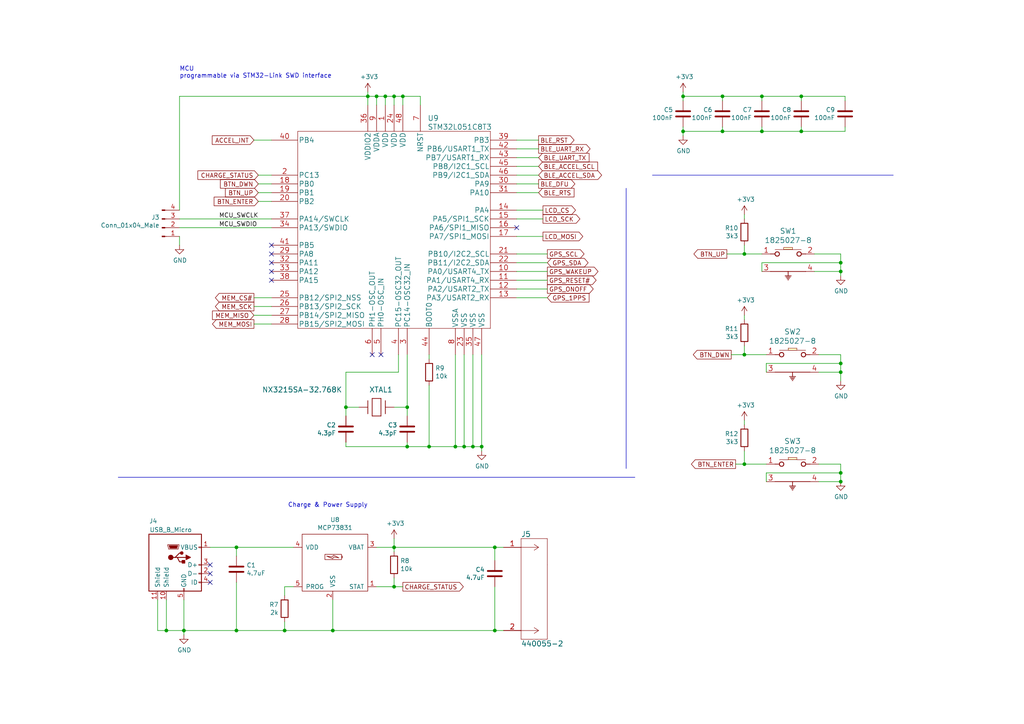
<source format=kicad_sch>
(kicad_sch (version 20220126) (generator eeschema)
  (paper "A4")
  (title_block (title "Speedcoach") (rev "v1") (company "Peter Horauer"))
  (lib_symbols
    (symbol "Device:C" (pin_numbers hide) (pin_names (offset 0.254))
      (property "Reference" "C" (at 0.635 2.54 0))
      (property "Value" "C" (at 0.635 -2.54 0))
      (symbol "C_0_1"
        (polyline (pts (xy -2.032 -0.762) (xy 2.032 -0.762)) (stroke (width 0.508)))
        (polyline (pts (xy -2.032 0.762) (xy 2.032 0.762)) (stroke (width 0.508)))
      )
      (symbol "C_1_1"
        (pin passive line (at 0 3.81 270) (length 2.794) (name "~") (number "1"))
        (pin passive line (at 0 -3.81 90) (length 2.794) (name "~") (number "2"))
      )
    )
    (symbol "Device:R" (pin_numbers hide) (pin_names (offset 0))
      (property "Reference" "R" (at 2.032 0 90))
      (property "Value" "R" (at 0 0 90))
      (symbol "R_0_1"
        (rectangle (start -1.016 -2.54) (end 1.016 2.54) (stroke (width 0.254)))
      )
      (symbol "R_1_1"
        (pin passive line (at 0 3.81 270) (length 1.27) (name "~") (number "1"))
        (pin passive line (at 0 -3.81 90) (length 1.27) (name "~") (number "2"))
      )
    )
    (symbol "power:+3V3" (power) (pin_names (offset 0))
      (property "Value" "+3V3" (at 0 3.556 0))
      (symbol "+3V3_0_1"
        (polyline (pts (xy -0.762 1.27) (xy 0 2.54)))
        (polyline (pts (xy 0 0) (xy 0 2.54)))
        (polyline (pts (xy 0 2.54) (xy 0.762 1.27)))
      )
      (symbol "+3V3_1_1"
        (pin power_in line (at 0 0 90) (length 0) hide (name "+3V3") (number "1"))
      )
    )
    (symbol "power:GND" (power) (pin_names (offset 0))
      (property "Value" "GND" (at 0 -3.81 0))
      (symbol "GND_0_1"
        (polyline (pts (xy 0 0) (xy 0 -1.27) (xy 1.27 -1.27) (xy 0 -2.54) (xy -1.27 -1.27) (xy 0 -1.27)))
      )
      (symbol "GND_1_1"
        (pin power_in line (at 0 0 270) (length 0) hide (name "GND") (number "1"))
      )
    )
    (symbol "speedcoach:1825027-8" (pin_names (offset -1.905) hide)
      (property "Reference" "SW" (at 7.62 3.81 0))
      (property "Value" "1825027-8" (at 7.62 6.35 0))
      (symbol "1825027-8_0_1"
        (polyline (pts (xy 3.81 1.27) (xy 11.43 1.27)) (stroke (width 0.127)))
        (rectangle (start 6.35 1.27) (end 8.89 1.905) (stroke (width 0.127)) (fill (type background)))
      )
      (symbol "1825027-8_1_1"
        (polyline (pts (xy 2.54 -5.08) (xy 12.7 -5.08)) (stroke (width 0.2032)))
        (polyline (pts (xy 2.54 0) (xy 3.81 0)) (stroke (width 0.2032)))
        (polyline (pts (xy 6.731 -6.35) (xy 8.509 -6.35)) (stroke (width 0.2032)))
        (polyline (pts (xy 6.985 -6.731) (xy 8.255 -6.731)) (stroke (width 0.2032)))
        (polyline (pts (xy 7.239 -7.112) (xy 8.001 -7.112)) (stroke (width 0.2032)))
        (polyline (pts (xy 7.493 -7.493) (xy 7.747 -7.493)) (stroke (width 0.2032)))
        (polyline (pts (xy 7.62 -5.08) (xy 7.62 -6.35)) (stroke (width 0.2032)))
        (polyline (pts (xy 12.7 0) (xy 11.43 0)) (stroke (width 0.2032)))
        (circle (center 4.445 0) (radius 0.635) (stroke (width 0.254)))
        (circle (center 10.795 0) (radius 0.635) (stroke (width 0.254)))
        (pin unspecified line (at 0 0 0) (length 2.54) (name "1") (number "1"))
        (pin unspecified line (at 15.24 0 180) (length 2.54) (name "2") (number "2"))
        (pin unspecified line (at 0 -5.08 0) (length 2.54) (name "3") (number "3"))
        (pin unspecified line (at 15.24 -5.08 180) (length 2.54) (name "4") (number "4"))
      )
    )
    (symbol "speedcoach:440055-2" (pin_names (offset 0.254) hide)
      (property "Reference" "J" (at 6.35 3.81 0))
      (property "Value" "440055-2" (at 11.43 -27.94 0))
      (symbol "440055-2_0_1"
        (polyline (pts (xy 5.08 -26.67) (xy 12.7 -26.67)) (stroke (width 0.127)))
      )
      (symbol "440055-2_1_1"
        (polyline (pts (xy 5.08 2.54) (xy 5.08 -26.67)) (stroke (width 0.127)))
        (polyline (pts (xy 10.16 -24.13) (xy 5.08 -24.13)) (stroke (width 0.127)))
        (polyline (pts (xy 10.16 -24.13) (xy 8.89 -24.9682)) (stroke (width 0.127)))
        (polyline (pts (xy 10.16 -24.13) (xy 8.89 -23.2918)) (stroke (width 0.127)))
        (polyline (pts (xy 10.16 0) (xy 5.08 0)) (stroke (width 0.127)))
        (polyline (pts (xy 10.16 0) (xy 8.89 -0.8382)) (stroke (width 0.127)))
        (polyline (pts (xy 10.16 0) (xy 8.89 0.8382)) (stroke (width 0.127)))
        (polyline (pts (xy 12.7 -26.67) (xy 12.7 -5.08)) (stroke (width 0.127)))
        (polyline (pts (xy 12.7 -5.08) (xy 12.7 2.54)) (stroke (width 0.127)))
        (polyline (pts (xy 12.7 2.54) (xy 5.08 2.54)) (stroke (width 0.127)))
        (pin unspecified line (at 0 0 0) (length 5.08) (name "1") (number "1"))
        (pin unspecified line (at 0 -24.13 0) (length 5.08) (name "2") (number "2"))
      )
    )
    (symbol "speedcoach:Conn_01x04_Male" (pin_names (offset 1.016) hide)
      (property "Reference" "J" (at 0 5.08 0))
      (property "Value" "Conn_01x04_Male" (at 0 -7.62 0))
      (symbol "Conn_01x04_Male_1_1"
        (polyline (pts (xy 1.27 -5.08) (xy 0.8636 -5.08)) (stroke (width 0.1524)))
        (polyline (pts (xy 1.27 -2.54) (xy 0.8636 -2.54)) (stroke (width 0.1524)))
        (polyline (pts (xy 1.27 0) (xy 0.8636 0)) (stroke (width 0.1524)))
        (polyline (pts (xy 1.27 2.54) (xy 0.8636 2.54)) (stroke (width 0.1524)))
        (rectangle (start 0.8636 -4.953) (end 0 -5.207) (stroke (width 0.1524)) (fill (type outline)))
        (rectangle (start 0.8636 -2.413) (end 0 -2.667) (stroke (width 0.1524)) (fill (type outline)))
        (rectangle (start 0.8636 0.127) (end 0 -0.127) (stroke (width 0.1524)) (fill (type outline)))
        (rectangle (start 0.8636 2.667) (end 0 2.413) (stroke (width 0.1524)) (fill (type outline)))
        (pin passive line (at 5.08 2.54 180) (length 3.81) (name "Pin_1") (number "1"))
        (pin passive line (at 5.08 0 180) (length 3.81) (name "Pin_2") (number "2"))
        (pin passive line (at 5.08 -2.54 180) (length 3.81) (name "Pin_3") (number "3"))
        (pin passive line (at 5.08 -5.08 180) (length 3.81) (name "Pin_4") (number "4"))
      )
    )
    (symbol "speedcoach:MCP73831" (pin_names (offset 1.016))
      (property "Reference" "U" (at 3.81 12.7 0))
      (property "Value" "MCP73831" (at 16.51 12.7 0))
      (symbol "MCP73831_0_1"
        (polyline (pts (xy 13.97 5.08) (xy 14.224 5.08) (xy 14.224 4.572) (xy 13.97 4.572)))
        (polyline (pts (xy 13.97 5.588) (xy 9.144 5.588) (xy 9.144 4.064) (xy 13.97 4.064) (xy 13.97 5.588)))
        (polyline (pts (xy 9.652 5.08) (xy 11.43 4.318) (xy 11.684 4.826) (xy 13.208 4.572) (xy 11.684 5.334) (xy 11.176 4.826) (xy 9.652 5.08)))
        (rectangle (start 2.54 -5.08) (end 21.59 11.43))
      )
      (symbol "MCP73831_1_1"
        (pin output line (at 24.13 -3.81 180) (length 2.54) (name "STAT") (number "1"))
        (pin power_in line (at 11.43 -7.62 90) (length 2.54) (name "VSS") (number "2"))
        (pin power_out line (at 24.13 7.62 180) (length 2.54) (name "VBAT") (number "3"))
        (pin power_in line (at 0 7.62 0) (length 2.54) (name "VDD") (number "4"))
        (pin input line (at 0 -3.81 0) (length 2.54) (name "PROG") (number "5"))
      )
    )
    (symbol "speedcoach:NX3215SA-32.768K" (pin_numbers hide) (pin_names hide)
      (property "Reference" "XTAL" (at 5.08 4.445 0))
      (property "Value" "NX3215SA-32.768K" (at 5.08 -7.62 0))
      (symbol "NX3215SA-32.768K_1_1"
        (polyline (pts (xy 2.54 -1.905) (xy 2.54 1.905)) (stroke (width 0.2032)))
        (polyline (pts (xy 3.81 -2.54) (xy 3.81 2.54)) (stroke (width 0.2032)))
        (polyline (pts (xy 3.81 2.54) (xy 6.35 2.54)) (stroke (width 0.2032)))
        (polyline (pts (xy 6.35 -2.54) (xy 3.81 -2.54)) (stroke (width 0.2032)))
        (polyline (pts (xy 6.35 2.54) (xy 6.35 -2.54)) (stroke (width 0.2032)))
        (polyline (pts (xy 7.62 -1.905) (xy 7.62 1.905)) (stroke (width 0.2032)))
        (pin unspecified line (at 0 0 0) (length 2.54) (name "1") (number "1"))
        (pin unspecified line (at 10.16 0 180) (length 2.54) (name "2") (number "2"))
      )
    )
    (symbol "speedcoach:STM32L051C8T3" (pin_names (offset 0.254))
      (property "Reference" "U" (at 8.89 3.81 0))
      (property "Value" "STM32L051C8T3" (at 54.61 3.81 0))
      (symbol "STM32L051C8T3_1_1"
        (polyline (pts (xy 7.62 -54.61) (xy 63.5 -54.61)) (stroke (width 0.127)))
        (polyline (pts (xy 7.62 2.54) (xy 7.62 -54.61)) (stroke (width 0.127)))
        (polyline (pts (xy 63.5 -54.61) (xy 63.5 2.54)) (stroke (width 0.127)))
        (polyline (pts (xy 63.5 2.54) (xy 7.62 2.54)) (stroke (width 0.127)))
        (pin power_in line (at 33.02 10.16 270) (length 7.62) (name "VDD") (number "1"))
        (pin bidirectional line (at 71.12 -38.1 180) (length 7.62) (name "PA0/USART4_TX") (number "10"))
        (pin bidirectional line (at 71.12 -40.64 180) (length 7.62) (name "PA1/USART4_RX") (number "11"))
        (pin bidirectional line (at 71.12 -43.18 180) (length 7.62) (name "PA2/USART2_TX") (number "12"))
        (pin bidirectional line (at 71.12 -45.72 180) (length 7.62) (name "PA3/USART2_RX") (number "13"))
        (pin bidirectional line (at 71.12 -20.32 180) (length 7.62) (name "PA4") (number "14"))
        (pin bidirectional line (at 71.12 -22.86 180) (length 7.62) (name "PA5/SPI1_SCK") (number "15"))
        (pin bidirectional line (at 71.12 -25.4 180) (length 7.62) (name "PA6/SPI1_MISO") (number "16"))
        (pin bidirectional line (at 71.12 -27.94 180) (length 7.62) (name "PA7/SPI1_MOSI") (number "17"))
        (pin bidirectional line (at 0 -12.7 0) (length 7.62) (name "PB0") (number "18"))
        (pin bidirectional line (at 0 -15.24 0) (length 7.62) (name "PB1") (number "19"))
        (pin bidirectional line (at 0 -10.16 0) (length 7.62) (name "PC13") (number "2"))
        (pin bidirectional line (at 0 -17.78 0) (length 7.62) (name "PB2") (number "20"))
        (pin bidirectional line (at 71.12 -33.02 180) (length 7.62) (name "PB10/I2C2_SCL") (number "21"))
        (pin bidirectional line (at 71.12 -35.56 180) (length 7.62) (name "PB11/I2C2_SDA") (number "22"))
        (pin power_in line (at 55.88 -62.23 90) (length 7.62) (name "VSS") (number "23"))
        (pin power_in line (at 35.56 10.16 270) (length 7.62) (name "VDD") (number "24"))
        (pin bidirectional line (at 0 -45.72 0) (length 7.62) (name "PB12/SPI2_NSS") (number "25"))
        (pin bidirectional line (at 0 -48.26 0) (length 7.62) (name "PB13/SPI2_SCK") (number "26"))
        (pin bidirectional line (at 0 -50.8 0) (length 7.62) (name "PB14/SPI2_MISO") (number "27"))
        (pin bidirectional line (at 0 -53.34 0) (length 7.62) (name "PB15/SPI2_MOSI") (number "28"))
        (pin bidirectional line (at 0 -33.02 0) (length 7.62) (name "PA8") (number "29"))
        (pin bidirectional line (at 39.37 -62.23 90) (length 7.62) (name "PC14-OSC32_IN") (number "3"))
        (pin bidirectional line (at 71.12 -12.7 180) (length 7.62) (name "PA9") (number "30"))
        (pin bidirectional line (at 71.12 -15.24 180) (length 7.62) (name "PA10") (number "31"))
        (pin bidirectional line (at 0 -35.56 0) (length 7.62) (name "PA11") (number "32"))
        (pin bidirectional line (at 0 -38.1 0) (length 7.62) (name "PA12") (number "33"))
        (pin bidirectional line (at 0 -25.4 0) (length 7.62) (name "PA13/SWDIO") (number "34"))
        (pin power_in line (at 58.42 -62.23 90) (length 7.62) (name "VSS") (number "35"))
        (pin power_in line (at 27.94 10.16 270) (length 7.62) (name "VDDIO2") (number "36"))
        (pin bidirectional line (at 0 -22.86 0) (length 7.62) (name "PA14/SWCLK") (number "37"))
        (pin bidirectional line (at 0 -40.64 0) (length 7.62) (name "PA15") (number "38"))
        (pin bidirectional line (at 71.12 0 180) (length 7.62) (name "PB3") (number "39"))
        (pin bidirectional line (at 36.83 -62.23 90) (length 7.62) (name "PC15-OSC32_OUT") (number "4"))
        (pin bidirectional line (at 0 0 0) (length 7.62) (name "PB4") (number "40"))
        (pin bidirectional line (at 0 -30.48 0) (length 7.62) (name "PB5") (number "41"))
        (pin bidirectional line (at 71.12 -2.54 180) (length 7.62) (name "PB6/USART1_TX") (number "42"))
        (pin bidirectional line (at 71.12 -5.08 180) (length 7.62) (name "PB7/USART1_RX") (number "43"))
        (pin input line (at 45.72 -62.23 90) (length 7.62) (name "BOOT0") (number "44"))
        (pin bidirectional line (at 71.12 -7.62 180) (length 7.62) (name "PB8/I2C1_SCL") (number "45"))
        (pin bidirectional line (at 71.12 -10.16 180) (length 7.62) (name "PB9/I2C1_SDA") (number "46"))
        (pin power_in line (at 60.96 -62.23 90) (length 7.62) (name "VSS") (number "47"))
        (pin power_in line (at 38.1 10.16 270) (length 7.62) (name "VDD") (number "48"))
        (pin bidirectional line (at 31.75 -62.23 90) (length 7.62) (name "PH0-OSC_IN") (number "5"))
        (pin bidirectional line (at 29.21 -62.23 90) (length 7.62) (name "PH1-OSC_OUT") (number "6"))
        (pin bidirectional line (at 43.18 10.16 270) (length 7.62) (name "NRST") (number "7"))
        (pin power_in line (at 53.34 -62.23 90) (length 7.62) (name "VSSA") (number "8"))
        (pin power_in line (at 30.48 10.16 270) (length 7.62) (name "VDDA") (number "9"))
      )
    )
    (symbol "speedcoach:USB_B_Micro" (pin_names (offset 1.016))
      (property "Reference" "J" (at -10.16 12.7 0))
      (property "Value" "USB_B_Micro" (at -10.16 10.16 0))
      (symbol "USB_B_Micro_0_1"
        (rectangle (start -10.16 -7.62) (end 5.08 8.89) (stroke (width 0.254)))
        (circle (center -3.81 2.159) (radius 0.635) (stroke (width 0.254)) (fill (type outline)))
        (circle (center -0.635 3.429) (radius 0.381) (stroke (width 0.254)) (fill (type outline)))
        (rectangle (start -0.127 -7.62) (end 0.127 -6.858))
        (polyline (pts (xy -1.905 2.159) (xy 0.635 2.159)) (stroke (width 0.254)))
        (polyline (pts (xy -3.175 2.159) (xy -2.54 2.159) (xy -1.27 3.429) (xy -0.635 3.429)) (stroke (width 0.254)))
        (polyline (pts (xy -2.54 2.159) (xy -1.905 2.159) (xy -1.27 0.889) (xy 0 0.889)) (stroke (width 0.254)))
        (polyline (pts (xy 0.635 2.794) (xy 0.635 1.524) (xy 1.905 2.159) (xy 0.635 2.794)) (stroke (width 0.254)) (fill (type outline)))
        (polyline (pts (xy -4.318 5.588) (xy -1.778 5.588) (xy -2.032 4.826) (xy -4.064 4.826) (xy -4.318 5.588)) (fill (type outline)))
        (polyline (pts (xy -4.699 5.842) (xy -4.699 5.588) (xy -4.445 4.826) (xy -4.445 4.572) (xy -1.651 4.572) (xy -1.651 4.826) (xy -1.397 5.588) (xy -1.397 5.842) (xy -4.699 5.842)))
        (rectangle (start 0.254 1.27) (end -0.508 0.508) (stroke (width 0.254)) (fill (type outline)))
        (rectangle (start 5.08 -5.207) (end 4.318 -4.953))
        (rectangle (start 5.08 -2.667) (end 4.318 -2.413))
        (rectangle (start 5.08 -0.127) (end 4.318 0.127))
        (rectangle (start 5.08 4.953) (end 4.318 5.207))
      )
      (symbol "USB_B_Micro_1_1"
        (pin power_out line (at 7.62 5.08 180) (length 2.54) (name "VBUS") (number "1"))
        (pin passive line (at -5.08 -10.16 90) (length 2.54) (name "Shield") (number "10"))
        (pin passive line (at -7.62 -10.16 90) (length 2.54) (name "Shield") (number "11"))
        (pin bidirectional line (at 7.62 -2.54 180) (length 2.54) (name "D-") (number "2"))
        (pin bidirectional line (at 7.62 0 180) (length 2.54) (name "D+") (number "3"))
        (pin passive line (at 7.62 -5.08 180) (length 2.54) (name "ID") (number "4"))
        (pin power_out line (at 0 -10.16 90) (length 2.54) (name "GND") (number "5"))
      )
    )
  )
  (junction (at 143.51 182.88))
  (junction (at 111.76 27.94))
  (junction (at 53.34 182.88))
  (junction (at 116.84 27.94))
  (junction (at 215.9 134.62))
  (junction (at 143.51 158.75))
  (junction (at 209.55 27.94))
  (junction (at 243.84 78.74))
  (junction (at 68.58 182.88))
  (junction (at 48.26 182.88))
  (junction (at 139.7 129.54))
  (junction (at 137.16 129.54))
  (junction (at 220.98 38.1))
  (junction (at 100.33 118.11))
  (junction (at 96.52 182.88))
  (junction (at 232.41 38.1))
  (junction (at 215.9 73.66))
  (junction (at 124.46 129.54))
  (junction (at 132.08 129.54))
  (junction (at 243.84 105.41))
  (junction (at 118.11 129.54))
  (junction (at 215.9 102.87))
  (junction (at 209.55 38.1))
  (junction (at 243.84 139.7))
  (junction (at 114.3 27.94))
  (junction (at 82.55 182.88))
  (junction (at 109.22 27.94))
  (junction (at 243.84 137.16))
  (junction (at 68.58 158.75))
  (junction (at 220.98 27.94))
  (junction (at 243.84 107.95))
  (junction (at 243.84 76.2))
  (junction (at 232.41 27.94))
  (junction (at 114.3 158.75))
  (junction (at 198.12 27.94))
  (junction (at 106.68 27.94))
  (junction (at 134.62 129.54))
  (junction (at 198.12 38.1))
  (junction (at 114.3 170.18))
  (junction (at 118.11 118.11))
  (no_connect (at 60.96 168.91))
  (no_connect (at 110.49 102.87))
  (no_connect (at 60.96 163.83))
  (no_connect (at 78.74 71.12))
  (no_connect (at 78.74 73.66))
  (no_connect (at 78.74 76.2))
  (no_connect (at 78.74 78.74))
  (no_connect (at 78.74 81.28))
  (no_connect (at 60.96 166.37))
  (no_connect (at 149.86 66.04))
  (no_connect (at 107.95 102.87))
  (wire (pts (xy 124.46 104.14) (xy 124.46 102.87)))
  (wire (pts (xy 73.66 40.64) (xy 78.74 40.64)))
  (wire (pts (xy 132.08 129.54) (xy 134.62 129.54)))
  (wire (pts (xy 100.33 129.54) (xy 118.11 129.54)))
  (wire (pts (xy 222.25 107.95) (xy 222.25 105.41)))
  (wire (pts (xy 215.9 92.71) (xy 215.9 91.44)))
  (polyline (pts (xy 189.23 50.8) (xy 259.08 50.8)))
  (wire (pts (xy 149.86 73.66) (xy 158.75 73.66)))
  (wire (pts (xy 232.41 27.94) (xy 232.41 29.21)))
  (wire (pts (xy 100.33 118.11) (xy 100.33 107.95)))
  (wire (pts (xy 143.51 158.75) (xy 146.05 158.75)))
  (wire (pts (xy 73.66 86.36) (xy 78.74 86.36)))
  (wire (pts (xy 143.51 170.18) (xy 143.51 182.88)))
  (wire (pts (xy 52.07 27.94) (xy 106.68 27.94)))
  (wire (pts (xy 149.86 68.58) (xy 157.48 68.58)))
  (wire (pts (xy 232.41 38.1) (xy 232.41 36.83)))
  (wire (pts (xy 149.86 43.18) (xy 156.21 43.18)))
  (wire (pts (xy 243.84 80.01) (xy 243.84 78.74)))
  (wire (pts (xy 212.09 102.87) (xy 215.9 102.87)))
  (wire (pts (xy 96.52 173.99) (xy 96.52 182.88)))
  (wire (pts (xy 100.33 107.95) (xy 115.57 107.95)))
  (wire (pts (xy 149.86 60.96) (xy 157.48 60.96)))
  (wire (pts (xy 118.11 118.11) (xy 114.3 118.11)))
  (wire (pts (xy 82.55 182.88) (xy 96.52 182.88)))
  (wire (pts (xy 209.55 38.1) (xy 209.55 36.83)))
  (wire (pts (xy 137.16 129.54) (xy 139.7 129.54)))
  (wire (pts (xy 215.9 100.33) (xy 215.9 102.87)))
  (wire (pts (xy 215.9 123.19) (xy 215.9 121.92)))
  (wire (pts (xy 132.08 102.87) (xy 132.08 129.54)))
  (wire (pts (xy 149.86 55.88) (xy 156.21 55.88)))
  (wire (pts (xy 68.58 168.91) (xy 68.58 182.88)))
  (wire (pts (xy 114.3 158.75) (xy 114.3 156.21)))
  (wire (pts (xy 143.51 182.88) (xy 146.05 182.88)))
  (wire (pts (xy 198.12 38.1) (xy 209.55 38.1)))
  (wire (pts (xy 109.22 30.48) (xy 109.22 27.94)))
  (wire (pts (xy 121.92 30.48) (xy 121.92 27.94)))
  (wire (pts (xy 134.62 129.54) (xy 137.16 129.54)))
  (wire (pts (xy 220.98 76.2) (xy 243.84 76.2)))
  (wire (pts (xy 118.11 118.11) (xy 118.11 102.87)))
  (wire (pts (xy 68.58 182.88) (xy 82.55 182.88)))
  (wire (pts (xy 45.72 173.99) (xy 45.72 182.88)))
  (polyline (pts (xy 34.29 138.43) (xy 184.15 138.43)))
  (wire (pts (xy 114.3 30.48) (xy 114.3 27.94)))
  (wire (pts (xy 78.74 63.5) (xy 52.07 63.5)))
  (wire (pts (xy 237.49 102.87) (xy 243.84 102.87)))
  (wire (pts (xy 149.86 53.34) (xy 156.21 53.34)))
  (wire (pts (xy 60.96 158.75) (xy 68.58 158.75)))
  (wire (pts (xy 53.34 173.99) (xy 53.34 182.88)))
  (wire (pts (xy 109.22 158.75) (xy 114.3 158.75)))
  (wire (pts (xy 74.93 58.42) (xy 78.74 58.42)))
  (wire (pts (xy 215.9 130.81) (xy 215.9 134.62)))
  (wire (pts (xy 215.9 62.23) (xy 215.9 63.5)))
  (wire (pts (xy 96.52 182.88) (xy 143.51 182.88)))
  (wire (pts (xy 52.07 60.96) (xy 52.07 27.94)))
  (wire (pts (xy 215.9 102.87) (xy 222.25 102.87)))
  (wire (pts (xy 149.86 76.2) (xy 158.75 76.2)))
  (wire (pts (xy 74.93 53.34) (xy 78.74 53.34)))
  (wire (pts (xy 116.84 27.94) (xy 114.3 27.94)))
  (wire (pts (xy 222.25 137.16) (xy 243.84 137.16)))
  (wire (pts (xy 198.12 27.94) (xy 198.12 29.21)))
  (wire (pts (xy 156.21 45.72) (xy 149.86 45.72)))
  (wire (pts (xy 149.86 83.82) (xy 158.75 83.82)))
  (wire (pts (xy 100.33 120.65) (xy 100.33 118.11)))
  (wire (pts (xy 236.22 73.66) (xy 243.84 73.66)))
  (wire (pts (xy 222.25 139.7) (xy 222.25 137.16)))
  (wire (pts (xy 74.93 55.88) (xy 78.74 55.88)))
  (wire (pts (xy 124.46 111.76) (xy 124.46 129.54)))
  (wire (pts (xy 243.84 134.62) (xy 243.84 137.16)))
  (wire (pts (xy 73.66 93.98) (xy 78.74 93.98)))
  (wire (pts (xy 243.84 76.2) (xy 243.84 78.74)))
  (wire (pts (xy 198.12 26.67) (xy 198.12 27.94)))
  (wire (pts (xy 48.26 182.88) (xy 53.34 182.88)))
  (wire (pts (xy 114.3 158.75) (xy 114.3 160.02)))
  (wire (pts (xy 198.12 27.94) (xy 209.55 27.94)))
  (wire (pts (xy 45.72 182.88) (xy 48.26 182.88)))
  (wire (pts (xy 111.76 30.48) (xy 111.76 27.94)))
  (wire (pts (xy 109.22 27.94) (xy 106.68 27.94)))
  (wire (pts (xy 78.74 66.04) (xy 52.07 66.04)))
  (wire (pts (xy 209.55 27.94) (xy 209.55 29.21)))
  (wire (pts (xy 118.11 129.54) (xy 124.46 129.54)))
  (wire (pts (xy 114.3 158.75) (xy 143.51 158.75)))
  (wire (pts (xy 156.21 50.8) (xy 149.86 50.8)))
  (wire (pts (xy 114.3 170.18) (xy 114.3 167.64)))
  (wire (pts (xy 121.92 27.94) (xy 116.84 27.94)))
  (wire (pts (xy 149.86 86.36) (xy 158.75 86.36)))
  (wire (pts (xy 114.3 170.18) (xy 116.84 170.18)))
  (wire (pts (xy 115.57 107.95) (xy 115.57 102.87)))
  (wire (pts (xy 232.41 38.1) (xy 245.11 38.1)))
  (wire (pts (xy 73.66 91.44) (xy 78.74 91.44)))
  (wire (pts (xy 106.68 30.48) (xy 106.68 27.94)))
  (wire (pts (xy 118.11 128.27) (xy 118.11 129.54)))
  (wire (pts (xy 100.33 128.27) (xy 100.33 129.54)))
  (wire (pts (xy 220.98 27.94) (xy 232.41 27.94)))
  (wire (pts (xy 149.86 48.26) (xy 156.21 48.26)))
  (wire (pts (xy 104.14 118.11) (xy 100.33 118.11)))
  (wire (pts (xy 73.66 88.9) (xy 78.74 88.9)))
  (wire (pts (xy 209.55 27.94) (xy 220.98 27.94)))
  (wire (pts (xy 74.93 50.8) (xy 78.74 50.8)))
  (wire (pts (xy 156.21 40.64) (xy 149.86 40.64)))
  (wire (pts (xy 210.82 73.66) (xy 215.9 73.66)))
  (wire (pts (xy 139.7 129.54) (xy 139.7 102.87)))
  (wire (pts (xy 48.26 173.99) (xy 48.26 182.88)))
  (wire (pts (xy 149.86 63.5) (xy 157.48 63.5)))
  (wire (pts (xy 134.62 129.54) (xy 134.62 102.87)))
  (polyline (pts (xy 181.61 54.61) (xy 181.61 135.89)))
  (wire (pts (xy 245.11 38.1) (xy 245.11 36.83)))
  (wire (pts (xy 52.07 71.12) (xy 52.07 68.58)))
  (wire (pts (xy 139.7 129.54) (xy 139.7 130.81)))
  (wire (pts (xy 198.12 38.1) (xy 198.12 39.37)))
  (wire (pts (xy 215.9 71.12) (xy 215.9 73.66)))
  (wire (pts (xy 220.98 27.94) (xy 220.98 29.21)))
  (wire (pts (xy 149.86 81.28) (xy 158.75 81.28)))
  (wire (pts (xy 237.49 134.62) (xy 243.84 134.62)))
  (wire (pts (xy 243.84 110.49) (xy 243.84 107.95)))
  (wire (pts (xy 116.84 30.48) (xy 116.84 27.94)))
  (wire (pts (xy 236.22 78.74) (xy 243.84 78.74)))
  (wire (pts (xy 82.55 180.34) (xy 82.55 182.88)))
  (wire (pts (xy 209.55 38.1) (xy 220.98 38.1)))
  (wire (pts (xy 53.34 182.88) (xy 53.34 184.15)))
  (wire (pts (xy 68.58 158.75) (xy 85.09 158.75)))
  (wire (pts (xy 82.55 172.72) (xy 82.55 170.18)))
  (wire (pts (xy 118.11 118.11) (xy 118.11 120.65)))
  (wire (pts (xy 53.34 182.88) (xy 68.58 182.88)))
  (wire (pts (xy 237.49 107.95) (xy 243.84 107.95)))
  (wire (pts (xy 243.84 102.87) (xy 243.84 105.41)))
  (wire (pts (xy 137.16 129.54) (xy 137.16 102.87)))
  (wire (pts (xy 220.98 38.1) (xy 232.41 38.1)))
  (wire (pts (xy 243.84 137.16) (xy 243.84 139.7)))
  (wire (pts (xy 237.49 139.7) (xy 243.84 139.7)))
  (wire (pts (xy 143.51 162.56) (xy 143.51 158.75)))
  (wire (pts (xy 213.36 134.62) (xy 215.9 134.62)))
  (wire (pts (xy 114.3 27.94) (xy 111.76 27.94)))
  (wire (pts (xy 232.41 27.94) (xy 245.11 27.94)))
  (wire (pts (xy 198.12 36.83) (xy 198.12 38.1)))
  (wire (pts (xy 220.98 78.74) (xy 220.98 76.2)))
  (wire (pts (xy 109.22 170.18) (xy 114.3 170.18)))
  (wire (pts (xy 68.58 161.29) (xy 68.58 158.75)))
  (wire (pts (xy 124.46 129.54) (xy 132.08 129.54)))
  (wire (pts (xy 243.84 105.41) (xy 243.84 107.95)))
  (wire (pts (xy 222.25 105.41) (xy 243.84 105.41)))
  (wire (pts (xy 149.86 78.74) (xy 158.75 78.74)))
  (wire (pts (xy 243.84 73.66) (xy 243.84 76.2)))
  (wire (pts (xy 245.11 27.94) (xy 245.11 29.21)))
  (wire (pts (xy 215.9 73.66) (xy 220.98 73.66)))
  (wire (pts (xy 82.55 170.18) (xy 85.09 170.18)))
  (wire (pts (xy 215.9 134.62) (xy 222.25 134.62)))
  (wire (pts (xy 111.76 27.94) (xy 109.22 27.94)))
  (wire (pts (xy 220.98 38.1) (xy 220.98 36.83)))
  (wire (pts (xy 106.68 27.94) (xy 106.68 26.67)))
  (text "Charge & Power Supply" (at 106.68 147.32 0) (effects (font (size 1.27 1.27)) (justify right bottom)))
  (text "MCU\nprogrammable via STM32-Link SWD interface" (at 52.07 22.86 0) (effects (font (size 1.27 1.27)) (justify left bottom)))
  (label "MCU_SWDIO" (at 63.5 66.04 0))
  (label "MCU_SWCLK" (at 63.5 63.5 0))
  (global_label "GPS_WAKEUP" (shape output) (at 158.75 78.74 0) (property "Intersheetrefs" "${INTERSHEET_REFS}" (at 1.27 3.81 0)))
  (global_label "CHARGE_STATUS" (shape output) (at 116.84 170.18 0) (property "Intersheetrefs" "${INTERSHEET_REFS}" (at 0 0 0)))
  (global_label "BLE_UART_TX" (shape input) (at 156.21 45.72 0) (property "Intersheetrefs" "${INTERSHEET_REFS}" (at 0 0 0)))
  (global_label "GPS_SDA" (shape bidirectional) (at 158.75 76.2 0) (property "Intersheetrefs" "${INTERSHEET_REFS}" (at 1.27 3.81 0)))
  (global_label "MEM_SCK" (shape output) (at 73.66 88.9 180) (property "Intersheetrefs" "${INTERSHEET_REFS}" (effects hide)))
  (global_label "MEM_MOSI" (shape output) (at 73.66 93.98 180) (property "Intersheetrefs" "${INTERSHEET_REFS}" (effects hide)))
  (global_label "BTN_ENTER" (shape output) (at 213.36 134.62 180) (property "Intersheetrefs" "${INTERSHEET_REFS}" (at 0 0 0)))
  (global_label "GPS_ONOFF" (shape output) (at 158.75 83.82 0) (property "Intersheetrefs" "${INTERSHEET_REFS}" (at 1.27 3.81 0)))
  (global_label "BTN_DWN" (shape output) (at 212.09 102.87 180) (property "Intersheetrefs" "${INTERSHEET_REFS}" (at 0 0 0)))
  (global_label "MEM_MISO" (shape input) (at 73.66 91.44 180) (property "Intersheetrefs" "${INTERSHEET_REFS}" (effects hide)))
  (global_label "BLE_ACCEL_SDA" (shape bidirectional) (at 156.21 50.8 0) (property "Intersheetrefs" "${INTERSHEET_REFS}" (effects hide)))
  (global_label "BTN_ENTER" (shape input) (at 74.93 58.42 180) (property "Intersheetrefs" "${INTERSHEET_REFS}" (at 0 0 0)))
  (global_label "BLE_DFU" (shape output) (at 156.21 53.34 0) (property "Intersheetrefs" "${INTERSHEET_REFS}" (effects hide)))
  (global_label "BLE_RST" (shape output) (at 156.21 40.64 0) (property "Intersheetrefs" "${INTERSHEET_REFS}" (at 0 0 0)))
  (global_label "MEM_CS#" (shape output) (at 73.66 86.36 180) (property "Intersheetrefs" "${INTERSHEET_REFS}" (effects hide)))
  (global_label "GPS_1PPS" (shape input) (at 158.75 86.36 0) (property "Intersheetrefs" "${INTERSHEET_REFS}" (at 1.27 3.81 0)))
  (global_label "BLE_UART_RX" (shape output) (at 156.21 43.18 0) (property "Intersheetrefs" "${INTERSHEET_REFS}" (at 0 0 0)))
  (global_label "LCD_MOSI" (shape output) (at 157.48 68.58 0) (property "Intersheetrefs" "${INTERSHEET_REFS}" (at 0 3.81 0)))
  (global_label "BTN_UP" (shape input) (at 74.93 55.88 180) (property "Intersheetrefs" "${INTERSHEET_REFS}" (at 0 0 0)))
  (global_label "ACCEL_INT" (shape input) (at 73.66 40.64 180) (property "Intersheetrefs" "${INTERSHEET_REFS}" (at -1.27 -5.08 0)))
  (global_label "GPS_RESET#" (shape output) (at 158.75 81.28 0) (property "Intersheetrefs" "${INTERSHEET_REFS}" (at 1.27 3.81 0)))
  (global_label "LCD_CS" (shape output) (at 157.48 60.96 0) (property "Intersheetrefs" "${INTERSHEET_REFS}" (at 0 3.81 0)))
  (global_label "BLE_RTS" (shape input) (at 156.21 55.88 0) (property "Intersheetrefs" "${INTERSHEET_REFS}" (effects hide)))
  (global_label "BTN_UP" (shape output) (at 210.82 73.66 180) (property "Intersheetrefs" "${INTERSHEET_REFS}" (at 0 0 0)))
  (global_label "CHARGE_STATUS" (shape input) (at 74.93 50.8 180) (property "Intersheetrefs" "${INTERSHEET_REFS}" (at 0 0 0)))
  (global_label "LCD_SCK" (shape output) (at 157.48 63.5 0) (property "Intersheetrefs" "${INTERSHEET_REFS}" (at 0 3.81 0)))
  (global_label "GPS_SCL" (shape output) (at 158.75 73.66 0) (property "Intersheetrefs" "${INTERSHEET_REFS}" (at 1.27 3.81 0)))
  (global_label "BLE_ACCEL_SCL" (shape input) (at 156.21 48.26 0) (property "Intersheetrefs" "${INTERSHEET_REFS}" (effects hide)))
  (global_label "BTN_DWN" (shape input) (at 74.93 53.34 180) (property "Intersheetrefs" "${INTERSHEET_REFS}" (at 0 0 0)))
  (symbol (lib_id "power:+3V3") (at 106.68 26.67 0) (unit 1)
    (property "Reference" "#PWR017" (effects hide))
    (property "Value" "+3V3" (at 107.061 22.2758 0))
  )
  (symbol (lib_id "Device:C") (at 198.12 33.02 0) (mirror x) (unit 1)
    (property "Reference" "C5" (at 195.2244 31.8516 0) (effects (justify right)))
    (property "Value" "100nF" (at 195.2244 34.163 0) (effects (justify right)))
    (property "Footprint" "Capacitor_SMD:C_0805_2012Metric" (effects hide))
  )
  (symbol (lib_id "Device:C") (at 209.55 33.02 0) (mirror x) (unit 1)
    (property "Reference" "C6" (at 206.6544 31.8516 0) (effects (justify right)))
    (property "Value" "100nF" (at 206.6544 34.163 0) (effects (justify right)))
    (property "Footprint" "Capacitor_SMD:C_0805_2012Metric" (effects hide))
  )
  (symbol (lib_id "Device:C") (at 220.98 33.02 0) (mirror x) (unit 1)
    (property "Reference" "C7" (at 218.0844 31.8516 0) (effects (justify right)))
    (property "Value" "100nF" (at 218.0844 34.163 0) (effects (justify right)))
    (property "Footprint" "Capacitor_SMD:C_0805_2012Metric" (effects hide))
  )
  (symbol (lib_id "Device:C") (at 232.41 33.02 0) (mirror x) (unit 1)
    (property "Reference" "C8" (at 229.5144 31.8516 0) (effects (justify right)))
    (property "Value" "100nF" (at 229.5144 34.163 0) (effects (justify right)))
    (property "Footprint" "Capacitor_SMD:C_0805_2012Metric" (effects hide))
  )
  (symbol (lib_id "Device:C") (at 245.11 33.02 0) (mirror x) (unit 1)
    (property "Reference" "C9" (at 242.2144 31.8516 0) (effects (justify right)))
    (property "Value" "100nF" (at 242.2144 34.163 0) (effects (justify right)))
    (property "Footprint" "Capacitor_SMD:C_0805_2012Metric" (effects hide))
  )
  (symbol (lib_id "power:+3V3") (at 198.12 26.67 0) (unit 1)
    (property "Reference" "#PWR020" (effects hide))
    (property "Value" "+3V3" (at 198.501 22.2758 0))
  )
  (symbol (lib_id "power:GND") (at 198.12 39.37 0) (unit 1)
    (property "Reference" "#PWR021" (effects hide))
    (property "Value" "GND" (at 198.247 43.7642 0))
  )
  (symbol (lib_id "power:GND") (at 139.7 130.81 0) (unit 1)
    (property "Reference" "#PWR019" (effects hide))
    (property "Value" "GND" (at 139.827 135.2042 0))
  )
  (symbol (lib_id "Device:R") (at 124.46 107.95 0) (unit 1)
    (property "Reference" "R9" (at 126.238 106.7816 0) (effects (justify left)))
    (property "Value" "10k" (at 126.238 109.093 0) (effects (justify left)))
    (property "Footprint" "Resistor_SMD:R_0805_2012Metric" (effects hide))
  )
  (symbol (lib_id "speedcoach:Conn_01x04_Male") (at 46.99 66.04 0) (mirror x) (unit 1)
    (property "Reference" "J3" (at 46.2788 63.0428 0) (effects (justify right)))
    (property "Value" "Conn_01x04_Male" (at 46.2788 65.3542 0) (effects (justify right)))
    (property "Footprint" "Connector_PinHeader_2.54mm:PinHeader_1x04_P2.54mm_Horizontal" (effects hide))
  )
  (symbol (lib_id "power:GND") (at 52.07 71.12 0) (unit 1)
    (property "Reference" "#PWR015" (effects hide))
    (property "Value" "GND" (at 52.197 75.5142 0))
  )
  (symbol (lib_id "speedcoach:USB_B_Micro") (at 53.34 163.83 0) (unit 1)
    (property "Reference" "J4" (at 44.45 151.13 0))
    (property "Value" "USB_B_Micro" (at 49.53 153.67 0))
    (property "Footprint" "speedcoach:10118194-0001LF" (effects hide))
    (property "Datasheet" "https://cdn.amphenol-icc.com/media/wysiwyg/files/documentation/datasheet/inputoutput/io_usb_micro.pdf" (effects hide))
  )
  (symbol (lib_id "speedcoach:440055-2") (at 146.05 158.75 0) (unit 1)
    (property "Reference" "J5" (at 151.13 154.94 0) (effects (font (size 1.524 1.524)) (justify left)))
    (property "Value" "440055-2" (at 151.13 186.69 0) (effects (font (size 1.524 1.524)) (justify left)))
    (property "Footprint" "speedcoach:440055-2" (effects hide))
    (property "Datasheet" "https://www.te.com/commerce/DocumentDelivery/DDEController?Action=srchrtrv&DocNm=440055&DocType=Customer+Drawing&DocLang=English" (effects hide))
  )
  (symbol (lib_id "speedcoach:MCP73831") (at 85.09 166.37 0) (unit 1)
    (property "Reference" "U8" (at 97.155 150.749 0))
    (property "Value" "MCP73831" (at 97.155 153.0604 0))
    (property "Footprint" "speedcoach:MCP73831T-2ATIOT" (effects hide))
    (property "Datasheet" "https://ww1.microchip.com/downloads/en/DeviceDoc/MCP73831-Family-Data-Sheet-DS20001984H.pdf" (effects hide))
  )
  (symbol (lib_id "power:GND") (at 53.34 184.15 0) (unit 1)
    (property "Reference" "#PWR016" (effects hide))
    (property "Value" "GND" (at 53.467 188.5442 0))
  )
  (symbol (lib_id "Device:C") (at 68.58 165.1 0) (unit 1)
    (property "Reference" "C1" (at 71.501 163.9316 0) (effects (justify left)))
    (property "Value" "4.7uF" (at 71.501 166.243 0) (effects (justify left)))
    (property "Footprint" "Capacitor_SMD:C_0805_2012Metric" (effects hide))
  )
  (symbol (lib_id "Device:R") (at 82.55 176.53 0) (mirror x) (unit 1)
    (property "Reference" "R7" (at 80.7974 175.3616 0) (effects (justify right)))
    (property "Value" "2k" (at 80.7974 177.673 0) (effects (justify right)))
    (property "Footprint" "Resistor_SMD:R_0805_2012Metric" (effects hide))
  )
  (symbol (lib_id "Device:R") (at 114.3 163.83 0) (unit 1)
    (property "Reference" "R8" (at 116.078 162.6616 0) (effects (justify left)))
    (property "Value" "10k" (at 116.078 164.973 0) (effects (justify left)))
    (property "Footprint" "Resistor_SMD:R_0805_2012Metric" (effects hide))
  )
  (symbol (lib_id "power:+3V3") (at 114.3 156.21 0) (unit 1)
    (property "Reference" "#PWR018" (effects hide))
    (property "Value" "+3V3" (at 114.681 151.8158 0))
  )
  (symbol (lib_id "Device:C") (at 143.51 166.37 0) (mirror x) (unit 1)
    (property "Reference" "C4" (at 140.6144 165.2016 0) (effects (justify right)))
    (property "Value" "4.7uF" (at 140.6144 167.513 0) (effects (justify right)))
    (property "Footprint" "Capacitor_SMD:C_0805_2012Metric" (effects hide))
  )
  (symbol (lib_id "speedcoach:1825027-8") (at 220.98 73.66 0) (unit 1)
    (property "Reference" "SW1" (at 228.6 67.0052 0) (effects (font (size 1.524 1.524))))
    (property "Value" "1825027-8" (at 228.6 69.6976 0) (effects (font (size 1.524 1.524))))
    (property "Footprint" "speedcoach:1825027-8" (effects hide))
    (property "Datasheet" "https://www.te.com/commerce/DocumentDelivery/DDEController?Action=showdoc&DocId=Customer+Drawing%7F1825027%7FH1%7Fpdf%7FEnglish%7FENG_CD_1825027_H1.pdf%7F1825027-8" (effects hide))
  )
  (symbol (lib_id "speedcoach:1825027-8") (at 222.25 102.87 0) (unit 1)
    (property "Reference" "SW2" (at 229.87 96.2152 0) (effects (font (size 1.524 1.524))))
    (property "Value" "1825027-8" (at 229.87 98.9076 0) (effects (font (size 1.524 1.524))))
    (property "Footprint" "speedcoach:1825027-8" (effects hide))
    (property "Datasheet" "https://www.te.com/commerce/DocumentDelivery/DDEController?Action=showdoc&DocId=Customer+Drawing%7F1825027%7FH1%7Fpdf%7FEnglish%7FENG_CD_1825027_H1.pdf%7F1825027-8" (effects hide))
  )
  (symbol (lib_id "speedcoach:1825027-8") (at 222.25 134.62 0) (unit 1)
    (property "Reference" "SW3" (at 229.87 127.9652 0) (effects (font (size 1.524 1.524))))
    (property "Value" "1825027-8" (at 229.87 130.6576 0) (effects (font (size 1.524 1.524))))
    (property "Footprint" "speedcoach:1825027-8" (effects hide))
    (property "Datasheet" "https://www.te.com/commerce/DocumentDelivery/DDEController?Action=showdoc&DocId=Customer+Drawing%7F1825027%7FH1%7Fpdf%7FEnglish%7FENG_CD_1825027_H1.pdf%7F1825027-8" (effects hide))
  )
  (symbol (lib_id "power:GND") (at 243.84 139.7 0) (unit 1)
    (property "Reference" "#PWR027" (effects hide))
    (property "Value" "GND" (at 243.967 144.0942 0))
  )
  (symbol (lib_id "Device:R") (at 215.9 67.31 0) (mirror x) (unit 1)
    (property "Reference" "R10" (at 214.1474 66.1416 0) (effects (justify right)))
    (property "Value" "3k3" (at 214.1474 68.453 0) (effects (justify right)))
    (property "Footprint" "Resistor_SMD:R_0805_2012Metric" (effects hide))
  )
  (symbol (lib_id "Device:R") (at 215.9 96.52 0) (mirror x) (unit 1)
    (property "Reference" "R11" (at 214.1474 95.3516 0) (effects (justify right)))
    (property "Value" "3k3" (at 214.1474 97.663 0) (effects (justify right)))
    (property "Footprint" "Resistor_SMD:R_0805_2012Metric" (effects hide))
  )
  (symbol (lib_id "Device:R") (at 215.9 127 0) (mirror x) (unit 1)
    (property "Reference" "R12" (at 214.1474 125.8316 0) (effects (justify right)))
    (property "Value" "3k3" (at 214.1474 128.143 0) (effects (justify right)))
    (property "Footprint" "Resistor_SMD:R_0805_2012Metric" (effects hide))
  )
  (symbol (lib_id "power:+3V3") (at 215.9 62.23 0) (unit 1)
    (property "Reference" "#PWR022" (effects hide))
    (property "Value" "+3V3" (at 216.281 57.8358 0))
  )
  (symbol (lib_id "power:+3V3") (at 215.9 91.44 0) (unit 1)
    (property "Reference" "#PWR023" (effects hide))
    (property "Value" "+3V3" (at 216.281 87.0458 0))
  )
  (symbol (lib_id "power:+3V3") (at 215.9 121.92 0) (unit 1)
    (property "Reference" "#PWR024" (effects hide))
    (property "Value" "+3V3" (at 216.281 117.5258 0))
  )
  (symbol (lib_id "power:GND") (at 243.84 110.49 0) (unit 1)
    (property "Reference" "#PWR026" (effects hide))
    (property "Value" "GND" (at 243.967 114.8842 0))
  )
  (symbol (lib_id "power:GND") (at 243.84 80.01 0) (unit 1)
    (property "Reference" "#PWR025" (effects hide))
    (property "Value" "GND" (at 243.967 84.4042 0))
  )
  (symbol (lib_id "speedcoach:NX3215SA-32.768K") (at 104.14 118.11 0) (unit 1)
    (property "Reference" "XTAL1" (at 110.49 113.03 0) (effects (font (size 1.524 1.524))))
    (property "Value" "NX3215SA-32.768K" (at 87.63 113.03 0) (effects (font (size 1.524 1.524))))
    (property "Footprint" "speedcoach:NX3215SA-32.768K-EXS00A-MU00003" (effects hide))
    (property "Datasheet" "https://media.digikey.com/pdf/Data%20Sheets/NDK%20PDFs/NX3215SA-32.768kHz-EXS00A-MU00003.pdf" (effects hide))
  )
  (symbol (lib_id "Device:C") (at 100.33 124.46 0) (mirror x) (unit 1)
    (property "Reference" "C2" (at 97.4344 123.2916 0) (effects (justify right)))
    (property "Value" "4.3pF" (at 97.4344 125.603 0) (effects (justify right)))
    (property "Footprint" "Capacitor_SMD:C_0805_2012Metric" (effects hide))
  )
  (symbol (lib_id "Device:C") (at 118.11 124.46 0) (mirror x) (unit 1)
    (property "Reference" "C3" (at 115.2144 123.2916 0) (effects (justify right)))
    (property "Value" "4.3pF" (at 115.2144 125.603 0) (effects (justify right)))
    (property "Footprint" "Capacitor_SMD:C_0805_2012Metric" (effects hide))
  )
  (symbol (lib_id "speedcoach:STM32L051C8T3") (at 78.74 40.64 0) (unit 1)
    (property "Reference" "U9" (at 123.9902 34.29 0) (effects (font (size 1.524 1.524)) (justify left)))
    (property "Value" "STM32L051C8T3" (at 123.9902 36.83 0) (effects (font (size 1.524 1.524)) (justify left)))
    (property "Footprint" "Package_QFP:LQFP-48_7x7mm_P0.5mm" (effects hide))
    (property "Datasheet" "https://www.st.com/resource/en/datasheet/stm32l051c8.pdf" (effects hide))
  )
)
</source>
